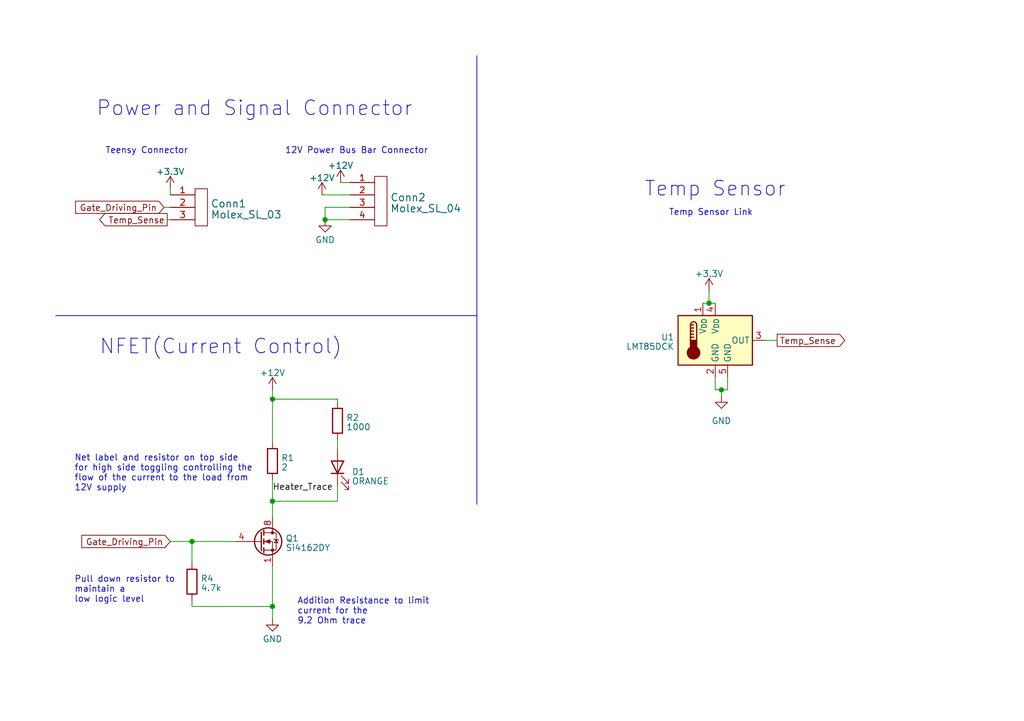
<source format=kicad_sch>
(kicad_sch (version 20230121) (generator eeschema)
  (paper "A5")
  (lib_symbols
    (symbol "Device:LED" (pin_numbers hide) (pin_names (offset 1.016) hide)
      (property "Reference" "D" (at 0 2.54 0))
      (property "Value" "LED" (at 0 -2.54 0))
      (symbol "LED_0_1"
        (polyline (pts (xy -1.27 -1.27) (xy -1.27 1.27)) (stroke (width 0.254)))
        (polyline (pts (xy -1.27 0) (xy 1.27 0)))
        (polyline (pts (xy 1.27 -1.27) (xy 1.27 1.27) (xy -1.27 0) (xy 1.27 -1.27)) (stroke (width 0.254)))
        (polyline (pts (xy -3.048 -0.762) (xy -4.572 -2.286) (xy -3.81 -2.286) (xy -4.572 -2.286) (xy -4.572 -1.524)))
        (polyline (pts (xy -1.778 -0.762) (xy -3.302 -2.286) (xy -2.54 -2.286) (xy -3.302 -2.286) (xy -3.302 -1.524)))
      )
      (symbol "LED_1_1"
        (pin passive line (at -3.81 0 0) (length 2.54) (name "K") (number "1"))
        (pin passive line (at 3.81 0 180) (length 2.54) (name "A") (number "2"))
      )
    )
    (symbol "Device:R" (pin_numbers hide) (pin_names (offset 0))
      (property "Reference" "R" (at 2.032 0 90))
      (property "Value" "R" (at 0 0 90))
      (symbol "R_0_1"
        (rectangle (start -1.016 -2.54) (end 1.016 2.54) (stroke (width 0.254)))
      )
      (symbol "R_1_1"
        (pin passive line (at 0 3.81 270) (length 1.27) (name "~") (number "1"))
        (pin passive line (at 0 -3.81 90) (length 1.27) (name "~") (number "2"))
      )
    )
    (symbol "MRDT_Connectors:Molex_SL_03" (pin_names (offset 1.016))
      (property "Reference" "Conn" (at 3.81 -1.27 0))
      (property "Value" "Molex_SL_03" (at 1.27 8.89 0))
      (symbol "Molex_SL_03_0_1"
        (rectangle (start 0 7.62) (end 2.54 0))
      )
      (symbol "Molex_SL_03_1_1"
        (pin input line (at -5.08 6.35 0) (length 5.08) (name "~") (number "1"))
        (pin input line (at -5.08 3.81 0) (length 5.08) (name "~") (number "2"))
        (pin input line (at -5.08 1.27 0) (length 5.08) (name "~") (number "3"))
      )
    )
    (symbol "MRDT_Connectors:Molex_SL_04" (pin_names (offset 1.016))
      (property "Reference" "Conn" (at 3.81 -1.27 0))
      (property "Value" "Molex_SL_04" (at 1.27 11.43 0))
      (symbol "Molex_SL_04_0_1"
        (rectangle (start 0 10.16) (end 2.54 0))
      )
      (symbol "Molex_SL_04_1_1"
        (pin input line (at -5.08 8.89 0) (length 5.08) (name "~") (number "1"))
        (pin input line (at -5.08 6.35 0) (length 5.08) (name "~") (number "2"))
        (pin input line (at -5.08 3.81 0) (length 5.08) (name "~") (number "3"))
        (pin input line (at -5.08 1.27 0) (length 5.08) (name "~") (number "4"))
      )
    )
    (symbol "Sensor_Temperature:LMT85DCK"
      (property "Reference" "U" (at -6.35 6.35 0))
      (property "Value" "LMT85DCK" (at 5.08 6.35 0))
      (symbol "LMT85DCK_0_1"
        (rectangle (start -7.62 5.08) (end 7.62 -5.08) (stroke (width 0.254)) (fill (type background)))
        (circle (center -4.445 -2.54) (radius 1.27) (stroke (width 0.254)) (fill (type outline)))
        (rectangle (start -3.81 -1.905) (end -5.08 0) (stroke (width 0.254)) (fill (type outline)))
        (arc (start -3.81 3.175) (mid -4.445 3.8073) (end -5.08 3.175) (stroke (width 0.254)))
        (polyline (pts (xy -5.08 0.635) (xy -4.445 0.635)) (stroke (width 0.254)))
        (polyline (pts (xy -5.08 1.27) (xy -4.445 1.27)) (stroke (width 0.254)))
        (polyline (pts (xy -5.08 1.905) (xy -4.445 1.905)) (stroke (width 0.254)))
        (polyline (pts (xy -5.08 2.54) (xy -4.445 2.54)) (stroke (width 0.254)))
        (polyline (pts (xy -5.08 3.175) (xy -5.08 0)) (stroke (width 0.254)))
        (polyline (pts (xy -5.08 3.175) (xy -4.445 3.175)) (stroke (width 0.254)))
        (polyline (pts (xy -3.81 3.175) (xy -3.81 0)) (stroke (width 0.254)))
      )
      (symbol "LMT85DCK_1_1"
        (pin power_in line (at -2.54 7.62 270) (length 2.54) (name "V_{DD}") (number "1"))
        (pin power_in line (at 0 -7.62 90) (length 2.54) (name "GND") (number "2"))
        (pin output line (at 10.16 0 180) (length 2.54) (name "OUT") (number "3"))
        (pin power_in line (at 0 7.62 270) (length 2.54) (name "V_{DD}") (number "4"))
        (pin power_in line (at 2.54 -7.62 90) (length 2.54) (name "GND") (number "5"))
      )
    )
    (symbol "Transistor_FET:Si4162DY" (pin_names hide)
      (property "Reference" "Q" (at 5.08 2.54 0))
      (property "Value" "Si4162DY" (at 5.08 0 0))
      (symbol "Si4162DY_0_1"
        (polyline (pts (xy 0.254 0) (xy -2.54 0)))
        (polyline (pts (xy 0.254 1.905) (xy 0.254 -1.905)) (stroke (width 0.254)))
        (polyline (pts (xy 0.762 -1.27) (xy 0.762 -2.286)) (stroke (width 0.254)))
        (polyline (pts (xy 0.762 0.508) (xy 0.762 -0.508)) (stroke (width 0.254)))
        (polyline (pts (xy 0.762 2.286) (xy 0.762 1.27)) (stroke (width 0.254)))
        (polyline (pts (xy 2.54 2.54) (xy 2.54 1.778)))
        (polyline (pts (xy 2.54 -2.54) (xy 2.54 0) (xy 0.762 0)))
        (polyline (pts (xy 0.762 -1.778) (xy 3.302 -1.778) (xy 3.302 1.778) (xy 0.762 1.778)))
        (polyline (pts (xy 1.016 0) (xy 2.032 0.381) (xy 2.032 -0.381) (xy 1.016 0)) (fill (type outline)))
        (polyline (pts (xy 2.794 0.508) (xy 2.921 0.381) (xy 3.683 0.381) (xy 3.81 0.254)))
        (polyline (pts (xy 3.302 0.381) (xy 2.921 -0.254) (xy 3.683 -0.254) (xy 3.302 0.381)))
        (circle (center 1.651 0) (radius 2.794) (stroke (width 0.254)))
        (circle (center 2.54 -1.778) (radius 0.254) (fill (type outline)))
        (circle (center 2.54 1.778) (radius 0.254) (fill (type outline)))
      )
      (symbol "Si4162DY_1_1"
        (pin passive line (at 2.54 -5.08 90) (length 2.54) (name "S") (number "1"))
        (pin passive line (at 2.54 -5.08 90) (length 2.54) hide (name "S") (number "2"))
        (pin passive line (at 2.54 -5.08 90) (length 2.54) hide (name "S") (number "3"))
        (pin input line (at -5.08 0 0) (length 2.54) (name "G") (number "4"))
        (pin passive line (at 2.54 5.08 270) (length 2.54) hide (name "D") (number "5"))
        (pin passive line (at 2.54 5.08 270) (length 2.54) hide (name "D") (number "6"))
        (pin passive line (at 2.54 5.08 270) (length 2.54) hide (name "D") (number "7"))
        (pin passive line (at 2.54 5.08 270) (length 2.54) (name "D") (number "8"))
      )
    )
    (symbol "power:+12V" (power) (pin_names (offset 0))
      (property "Value" "+12V" (at 0 3.556 0))
      (symbol "+12V_0_1"
        (polyline (pts (xy -0.762 1.27) (xy 0 2.54)))
        (polyline (pts (xy 0 0) (xy 0 2.54)))
        (polyline (pts (xy 0 2.54) (xy 0.762 1.27)))
      )
      (symbol "+12V_1_1"
        (pin power_in line (at 0 0 90) (length 0) hide (name "+12V") (number "1"))
      )
    )
    (symbol "power:+3.3V" (power) (pin_names (offset 0))
      (property "Value" "+3.3V" (at 0 3.556 0))
      (symbol "+3.3V_0_1"
        (polyline (pts (xy -0.762 1.27) (xy 0 2.54)))
        (polyline (pts (xy 0 0) (xy 0 2.54)))
        (polyline (pts (xy 0 2.54) (xy 0.762 1.27)))
      )
      (symbol "+3.3V_1_1"
        (pin power_in line (at 0 0 90) (length 0) hide (name "+3.3V") (number "1"))
      )
    )
    (symbol "power:GND" (power) (pin_names (offset 0))
      (property "Value" "GND" (at 0 -3.81 0))
      (symbol "GND_0_1"
        (polyline (pts (xy 0 0) (xy 0 -1.27) (xy 1.27 -1.27) (xy 0 -2.54) (xy -1.27 -1.27) (xy 0 -1.27)))
      )
      (symbol "GND_1_1"
        (pin power_in line (at 0 0 270) (length 0) hide (name "GND") (number "1"))
      )
    )
  )
  (junction (at 39.37 111.125))
  (junction (at 145.415 62.23))
  (junction (at 147.955 80.01))
  (junction (at 55.88 102.87))
  (junction (at 55.88 124.46))
  (junction (at 66.675 45.085))
  (junction (at 55.88 81.915))
  (polyline (pts (xy 97.79 11.43) (xy 97.79 64.77)))
  (wire (pts (xy 145.415 62.23) (xy 146.685 62.23)))
  (wire (pts (xy 39.37 111.125) (xy 48.26 111.125)))
  (wire (pts (xy 69.215 99.695) (xy 69.215 102.87)))
  (wire (pts (xy 69.215 81.915) (xy 69.215 82.55)))
  (wire (pts (xy 39.37 123.19) (xy 39.37 124.46)))
  (wire (pts (xy 69.215 81.915) (xy 55.88 81.915)))
  (wire (pts (xy 34.29 45.085) (xy 34.925 45.085)))
  (wire (pts (xy 146.685 80.01) (xy 147.955 80.01)))
  (wire (pts (xy 39.37 124.46) (xy 55.88 124.46)))
  (wire (pts (xy 55.88 102.87) (xy 55.88 106.045)))
  (wire (pts (xy 34.925 111.125) (xy 39.37 111.125)))
  (wire (pts (xy 66.675 45.085) (xy 71.755 45.085)))
  (wire (pts (xy 145.415 62.23) (xy 145.415 59.69)))
  (wire (pts (xy 66.675 42.545) (xy 66.675 45.085)))
  (wire (pts (xy 69.215 90.17) (xy 69.215 92.075)))
  (wire (pts (xy 156.845 69.85) (xy 159.385 69.85)))
  (polyline (pts (xy 97.79 64.77) (xy 97.79 103.505)))
  (wire (pts (xy 149.225 77.47) (xy 149.225 80.01)))
  (wire (pts (xy 149.225 80.01) (xy 147.955 80.01)))
  (wire (pts (xy 34.925 38.735) (xy 34.925 40.005)))
  (wire (pts (xy 66.04 40.005) (xy 71.755 40.005)))
  (wire (pts (xy 55.88 81.915) (xy 55.88 90.805)))
  (wire (pts (xy 147.955 81.28) (xy 147.955 80.01)))
  (polyline (pts (xy 11.43 64.77) (xy 97.79 64.77)))
  (wire (pts (xy 69.85 37.465) (xy 71.755 37.465)))
  (wire (pts (xy 71.755 42.545) (xy 66.675 42.545)))
  (wire (pts (xy 33.655 42.545) (xy 34.925 42.545)))
  (wire (pts (xy 55.88 80.01) (xy 55.88 81.915)))
  (wire (pts (xy 39.37 115.57) (xy 39.37 111.125)))
  (wire (pts (xy 55.88 116.205) (xy 55.88 124.46)))
  (wire (pts (xy 69.215 102.87) (xy 55.88 102.87)))
  (wire (pts (xy 144.145 62.23) (xy 145.415 62.23)))
  (wire (pts (xy 55.88 124.46) (xy 55.88 127)))
  (wire (pts (xy 146.685 77.47) (xy 146.685 80.01)))
  (wire (pts (xy 55.88 98.425) (xy 55.88 102.87)))
  (text "Addition Resistance to limit \ncurrent for the \n9.2 Ohm trace" (at 60.96 128.27 0) (effects (font (size 1.27 1.27)) (justify left bottom)))
  (text "12V Power Bus Bar Connector" (at 58.42 31.75 0) (effects (font (size 1.27 1.27)) (justify left bottom)))
  (text "Net label and resistor on top side\nfor high side toggling controlling the\nflow of the current to the load from \n12V supply" (at 15.24 100.965 0) (effects (font (size 1.27 1.27)) (justify left bottom)))
  (text "Temp Sensor Link" (at 137.16 44.45 0) (effects (font (size 1.27 1.27)) (justify left bottom)))
  (text "Teensy Connector\n" (at 21.59 31.75 0) (effects (font (size 1.27 1.27)) (justify left bottom)))
  (text "Power and Signal Connector\n" (at 19.685 24.13 0) (effects (font (size 3 3)) (justify left bottom)))
  (text "NFET(Current Control)" (at 20.32 73.025 0) (effects (font (size 3 3)) (justify left bottom)))
  (text "Temp Sensor" (at 132.08 40.64 0) (effects (font (size 3 3)) (justify left bottom)))
  (text "Pull down resistor to \nmaintain a \nlow logic level" (at 15.24 123.825 0) (effects (font (size 1.27 1.27)) (justify left bottom)))
  (label "Heater_Trace" (at 55.88 100.965 0))
  (global_label "Gate_Driving_Pin" (shape input) (at 34.925 111.125 180) (property "Intersheetrefs" "${INTERSHEET_REFS}" (effects hide)))
  (global_label "Gate_Driving_Pin" (shape input) (at 33.655 42.545 180) (property "Intersheetrefs" "${INTERSHEET_REFS}" (effects hide)))
  (global_label "Temp_Sense" (shape output) (at 159.385 69.85 0) (property "Intersheetrefs" "${INTERSHEET_REFS}" (effects hide)))
  (global_label "Temp_Sense" (shape output) (at 34.29 45.085 180) (property "Intersheetrefs" "${INTERSHEET_REFS}" (effects hide)))
  (symbol (lib_id "Device:R") (at 69.215 86.36 0) (unit 1)
    (property "Reference" "R2" (at 70.993 85.7163 0) (effects (justify left)))
    (property "Value" "1000" (at 70.993 87.6373 0) (effects (justify left)))
  )
  (symbol (lib_id "power:+3.3V") (at 34.925 38.735 0) (unit 1)
    (property "Reference" "#PWR04" (effects hide))
    (property "Value" "+3.3V" (at 34.925 35.2331 0))
  )
  (symbol (lib_id "Sensor_Temperature:LMT85DCK") (at 146.685 69.85 0) (unit 1)
    (property "Reference" "U1" (at 138.3031 69.2063 0) (effects (justify right)))
    (property "Value" "LMT85DCK" (at 138.3031 71.1273 0) (effects (justify right)))
    (property "Footprint" "Package_TO_SOT_SMD:SOT-353_SC-70-5" (effects hide))
    (property "Datasheet" "http://www.ti.com/lit/ds/symlink/lmt85-q1.pdf" (effects hide))
  )
  (symbol (lib_id "power:+12V") (at 55.88 80.01 0) (unit 1)
    (property "Reference" "#PWR05" (effects hide))
    (property "Value" "+12V" (at 55.88 76.5081 0))
  )
  (symbol (lib_id "power:GND") (at 55.88 127 0) (unit 1)
    (property "Reference" "#PWR07" (effects hide))
    (property "Value" "GND" (at 55.88 131.1355 0))
  )
  (symbol (lib_id "power:GND") (at 147.955 81.28 0) (unit 1)
    (property "Reference" "#PWR03" (effects hide))
    (property "Value" "GND" (at 147.955 86.36 0))
  )
  (symbol (lib_id "power:+12V") (at 69.85 37.465 0) (unit 1)
    (property "Reference" "#PWR01" (effects hide))
    (property "Value" "+12V" (at 69.85 33.9631 0))
  )
  (symbol (lib_id "Transistor_FET:Si4162DY") (at 53.34 111.125 0) (unit 1)
    (property "Reference" "Q1" (at 58.547 110.4813 0) (effects (justify left)))
    (property "Value" "Si4162DY" (at 58.547 112.4023 0) (effects (justify left)))
    (property "Footprint" "Package_SO:SOIC-8_3.9x4.9mm_P1.27mm" (effects hide))
    (property "Datasheet" "https://www.mouser.com/ProductDetail/Vishay-Semiconductors/SI4156DY-T1-GE3?qs=kt16UJ73eEGzTW6XmysdCQ%3D%3D&utm_source=netcomponents&utm_medium=aggregator&utm_campaign=SI4156DY-T1-GE3&utm_content=Vishay" (effects hide))
  )
  (symbol (lib_id "power:+3.3V") (at 145.415 59.69 0) (unit 1)
    (property "Reference" "#PWR06" (effects hide))
    (property "Value" "+3.3V" (at 145.415 56.1881 0))
  )
  (symbol (lib_id "MRDT_Connectors:Molex_SL_04") (at 76.835 46.355 0) (unit 1)
    (property "Reference" "Conn2" (at 80.01 40.528 0) (effects (font (size 1.524 1.524)) (justify left)))
    (property "Value" "Molex_SL_04" (at 80.01 42.7822 0) (effects (font (size 1.524 1.524)) (justify left)))
    (property "Footprint" "MRDT_Connectors:MOLEX_SL_04_Horizontal" (effects hide))
  )
  (symbol (lib_id "Device:LED") (at 69.215 95.885 90) (unit 1)
    (property "Reference" "D1" (at 72.136 96.8288 90) (effects (justify right)))
    (property "Value" "ORANGE" (at 72.136 98.7498 90) (effects (justify right)))
  )
  (symbol (lib_id "Device:R") (at 55.88 94.615 0) (unit 1)
    (property "Reference" "R1" (at 57.658 93.9713 0) (effects (justify left)))
    (property "Value" "2" (at 57.658 95.8923 0) (effects (justify left)))
    (property "Footprint" "Resistor_SMD:R_0603_1608Metric_Pad0.98x0.95mm_HandSolder" (effects hide))
  )
  (symbol (lib_id "power:GND") (at 66.675 45.085 0) (unit 1)
    (property "Reference" "#PWR08" (effects hide))
    (property "Value" "GND" (at 66.675 49.2205 0))
  )
  (symbol (lib_id "power:+12V") (at 66.04 40.005 0) (unit 1)
    (property "Reference" "#PWR02" (effects hide))
    (property "Value" "+12V" (at 66.04 36.5031 0))
  )
  (symbol (lib_id "MRDT_Connectors:Molex_SL_03") (at 40.005 46.355 0) (unit 1)
    (property "Reference" "Conn1" (at 43.18 41.798 0) (effects (font (size 1.524 1.524)) (justify left)))
    (property "Value" "Molex_SL_03" (at 43.18 44.0522 0) (effects (font (size 1.524 1.524)) (justify left)))
    (property "Footprint" "MRDT_Connectors:MOLEX_SL_03_Horizontal" (effects hide))
  )
  (symbol (lib_id "Device:R") (at 39.37 119.38 0) (unit 1)
    (property "Reference" "R4" (at 41.148 118.7363 0) (effects (justify left)))
    (property "Value" "4.7k" (at 41.148 120.6573 0) (effects (justify left)))
    (property "Footprint" "Resistor_SMD:R_0603_1608Metric_Pad0.98x0.95mm_HandSolder" (effects hide))
  )
)
</source>
